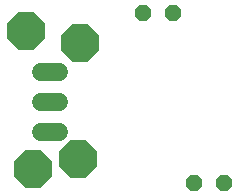
<source format=gbl>
G75*
G70*
%OFA0B0*%
%FSLAX24Y24*%
%IPPOS*%
%LPD*%
%AMOC8*
5,1,8,0,0,1.08239X$1,22.5*
%
%ADD10C,0.0600*%
%ADD11OC8,0.1240*%
%ADD12OC8,0.0520*%
D10*
X008300Y002800D02*
X008900Y002800D01*
X008900Y003800D02*
X008300Y003800D01*
X008300Y004800D02*
X008900Y004800D01*
D11*
X008050Y001550D03*
X009550Y001900D03*
X009600Y005750D03*
X007800Y006150D03*
D12*
X011700Y006750D03*
X012700Y006750D03*
X013400Y001100D03*
X014400Y001100D03*
M02*

</source>
